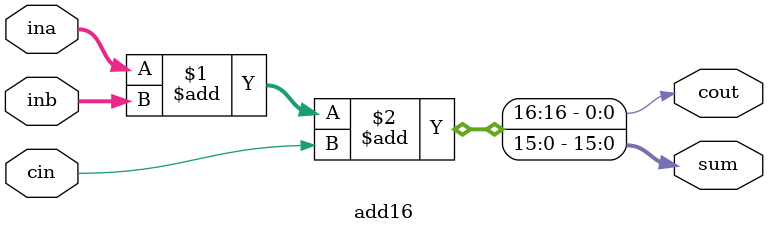
<source format=v>
`timescale 1ns / 1ps


module add16(input[15:0]ina,
             input[15:0]inb,
             input cin,
             output[15:0]sum,
             output cout);
             
assign{cout,sum}=ina+inb+cin;
             
endmodule

</source>
